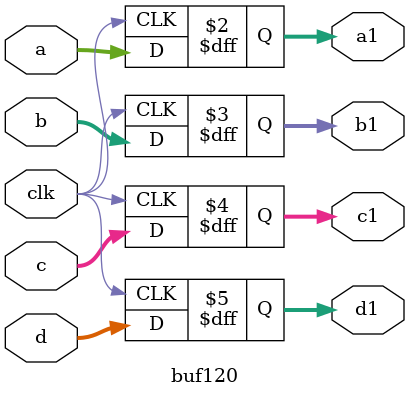
<source format=v>
`timescale 1ns / 1ps
module buf120(
    input [11:0] a,
    input [11:0] b,
    input [11:0] c,
    input [11:0] d,
    input clk,
    output reg [11:0] a1,
    output reg [11:0] b1,
    output reg [11:0] c1,
    output reg [11:0] d1
    );

always @(posedge clk) begin
a1<=a;
b1<=b;
c1<=c;
d1<=d;
end

endmodule

</source>
